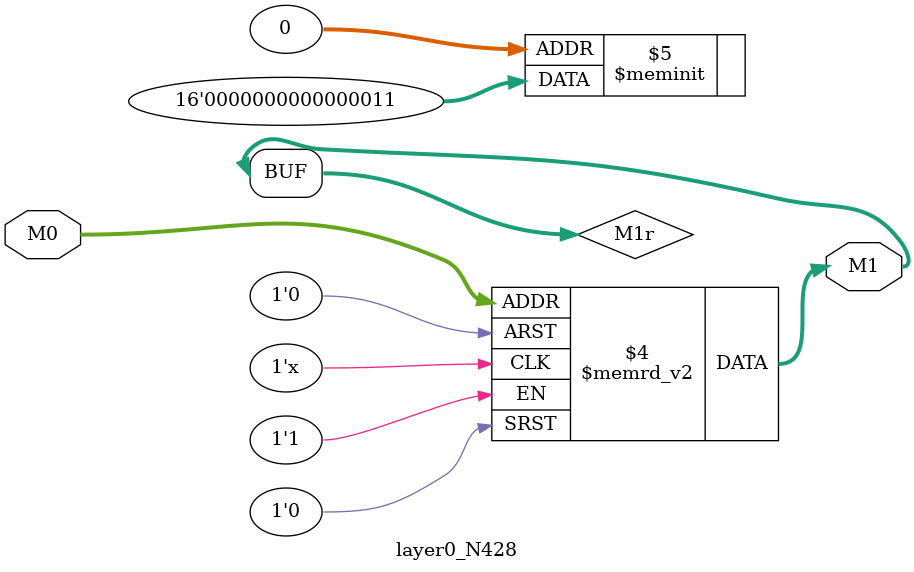
<source format=v>
module layer0_N428 ( input [2:0] M0, output [1:0] M1 );

	(*rom_style = "distributed" *) reg [1:0] M1r;
	assign M1 = M1r;
	always @ (M0) begin
		case (M0)
			3'b000: M1r = 2'b11;
			3'b100: M1r = 2'b00;
			3'b010: M1r = 2'b00;
			3'b110: M1r = 2'b00;
			3'b001: M1r = 2'b00;
			3'b101: M1r = 2'b00;
			3'b011: M1r = 2'b00;
			3'b111: M1r = 2'b00;

		endcase
	end
endmodule

</source>
